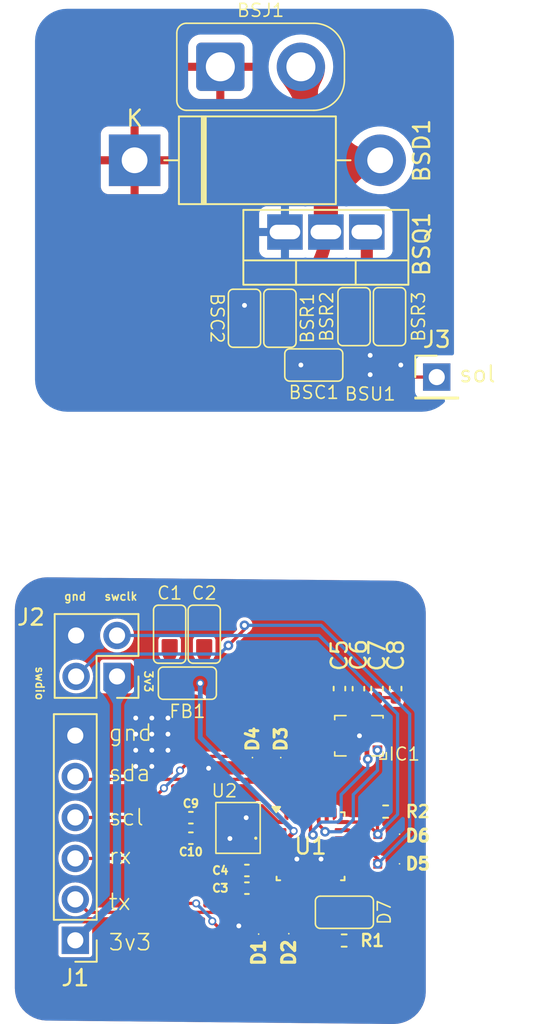
<source format=kicad_pcb>
(kicad_pcb (version 20240108) (generator "pcbnew") (generator_version "8.0")
  (layers (0 "F.Cu" signal) (31 "B.Cu" signal) (34 "B.Paste" user) (35 "F.Paste" user) (36 "B.SilkS" user "B.Silkscreen") (37 "F.SilkS" user "F.Silkscreen") (38 "B.Mask" user) (39 "F.Mask" user) (44 "Edge.Cuts" user))
  (net 0 "")
  (net 1 "GND")
  (net 2 "+12V")
  (net 3 "Net-(BSC2-Pad1)")
  (net 4 "+48V")
  (net 5 "Net-(BSD1-A)")
  (net 6 "Net-(BSQ1-G)")
  (net 7 "Net-(BSU1-OUTH)")
  (net 8 "Net-(BSU1-OUTL)")
  (net 9 "Sol")
  (net 10 "GNDREF")
  (net 11 "+3V3")
  (net 12 "+3V3 FILT")
  (net 13 "/imu/MCU1 OSC IN")
  (net 14 "/imu/MCU1 OSC OUT")
  (net 15 "/imu/UART TX")
  (net 16 "/imu/UART RX")
  (net 17 "/imu/MPU SCL")
  (net 18 "/imu/MPU SDA")
  (net 19 "/imu/MCU1 SWDIO")
  (net 20 "/imu/MCU1 SWCLK")
  (net 21 "Net-(D7-K)")
  (net 22 "/imu/MCU1 LED")
  (net 24 "/imu/MPU MISO")
  (net 25 "/imu/MPU SCLK")
  (net 26 "/imu/MPU CS")
  (net 27 "/imu/MPU MOSI")
  (footprint "Library:res0603" (layer "F.Cu") (at 31.3 37.1 180)
    (property "Reference" "BSC1" (at 0 -1.7 0) (layer "F.SilkS") (effects (font (size 0.8 0.8) (thickness 0.1))))
    (property "Value" "0.1u")
    (pad "1" smd roundrect (at -0.8 0 180) (size 1 1) (layers "F.Cu" "F.Paste" "F.Mask") (roundrect_rratio 0.1) (net 2 "+12V"))
    (pad "2" smd roundrect (at 0.8 0 180) (size 1 1) (layers "F.Cu" "F.Paste" "F.Mask") (roundrect_rratio 0.1) (net 1 "GND"))
  )
  (footprint "Library:RCLAMP0521PATCT" (layer "F.Cu") (at 35.7 66.205)
    (property "Reference" "D6" (at 2.05 0.1 0) (layer "F.SilkS") (effects (font (size 0.75 0.75) (thickness 0.1875))))
    (property "Value" "RCLAMP0521PATCT" (hide yes))
    (pad "1" smd rect (at 0.425 0) (size 0.55 0.6) (layers "F.Cu" "F.Paste" "F.Mask") (net 10 "GNDREF"))
    (pad "2" smd rect (at -0.425 0) (size 0.55 0.6) (layers "F.Cu" "F.Paste" "F.Mask") (net 20 "/imu/MCU1 SWCLK"))
  )
  (footprint "Library:xt30-f" (layer "F.Cu") (at 28 18.6)
    (property "Reference" "BSJ1" (at 0 -3.5 0) (layer "F.SilkS") (effects (font (size 0.8 0.8) (thickness 0.1))))
    (property "Value" "XT30" (hide yes))
    (pad "1" thru_hole roundrect (at -2.5 0 180) (size 3 3) (drill 1.8) (layers "*.Cu" "*.Mask" "Dwgs.User") (roundrect_rratio 0.1) (net 4 "+48V"))
    (pad "2" thru_hole circle (at 2.5 0 180) (size 3 3) (drill 1.8) (layers "*.Cu" "*.Mask") (net 5 "Net-(BSD1-A)"))
  )
  (footprint "Library:IIM42352" (layer "F.Cu") (at 34.1 60.099998 180)
    (property "Reference" "IC1" (at -2.818596 -1.136574 0) (layer "F.SilkS") (effects (font (size 0.8 0.8) (thickness 0.1))))
    (property "Value" "ICM-42688-P" (hide yes))
    (pad "1" smd rect (at -1.15 -0.75 270) (size 0.3 0.6) (layers "F.Cu" "F.Paste" "F.Mask") (net 24 "/imu/MPU MISO"))
    (pad "2" smd rect (at -1.15 -0.25 270) (size 0.3 0.6) (layers "F.Cu" "F.Paste" "F.Mask") (net 10 "GNDREF"))
    (pad "3" smd rect (at -1.15 0.25 270) (size 0.3 0.6) (layers "F.Cu" "F.Paste" "F.Mask") (net 10 "GNDREF"))
    (pad "4" smd rect (at -1.15 0.75 270) (size 0.3 0.6) (layers "F.Cu" "F.Paste" "F.Mask"))
    (pad "5" smd rect (at -0.5 0.9 180) (size 0.3 0.6) (layers "F.Cu" "F.Paste" "F.Mask") (net 12 "+3V3 FILT"))
    (pad "6" smd rect (at 0 0.9 180) (size 0.3 0.6) (layers "F.Cu" "F.Paste" "F.Mask") (net 10 "GNDREF"))
    (pad "7" smd rect (at 0.5 0.9 180) (size 0.3 0.6) (layers "F.Cu" "F.Paste" "F.Mask") (net 10 "GNDREF"))
    (pad "8" smd rect (at 1.15 0.75 270) (size 0.3 0.6) (layers "F.Cu" "F.Paste" "F.Mask") (net 12 "+3V3 FILT"))
    (pad "9" smd rect (at 1.15 0.25 270) (size 0.3 0.6) (layers "F.Cu" "F.Paste" "F.Mask"))
    (pad "10" smd rect (at 1.15 -0.25 270) (size 0.3 0.6) (layers "F.Cu" "F.Paste" "F.Mask") (net 10 "GNDREF"))
    (pad "11" smd rect (at 1.15 -0.75 270) (size 0.3 0.6) (layers "F.Cu" "F.Paste" "F.Mask") (net 10 "GNDREF"))
    (pad "12" smd rect (at 0.5 -0.9 180) (size 0.3 0.6) (layers "F.Cu" "F.Paste" "F.Mask") (net 26 "/imu/MPU CS"))
    (pad "13" smd rect (at 0 -0.9 180) (size 0.3 0.6) (layers "F.Cu" "F.Paste" "F.Mask") (net 25 "/imu/MPU SCLK"))
    (pad "14" smd rect (at -0.5 -0.9 180) (size 0.3 0.6) (layers "F.Cu" "F.Paste" "F.Mask") (net 27 "/imu/MPU MOSI"))
  )
  (footprint "Library:fb0603" (layer "F.Cu") (at 23.454842 56.8385)
    (property "Reference" "FB1" (at 0 1.75 0) (layer "F.SilkS") (effects (font (size 0.8 0.8) (thickness 0.1))))
    (property "Value" "100R")
    (pad "1" smd roundrect (at -0.8 0) (size 1 1) (layers "F.Cu" "F.Paste" "F.Mask") (roundrect_rratio 0.1) (net 11 "+3V3"))
    (pad "2" smd roundrect (at 0.8 0) (size 1 1) (layers "F.Cu" "F.Paste" "F.Mask") (roundrect_rratio 0.1) (net 12 "+3V3 FILT"))
  )
  (footprint "Capacitor_SMD:C_0402_1005Metric_Pad0.74x0.62mm_HandSolder" (layer "F.Cu") (at 23.672187 66.455171 180)
    (property "Reference" "C10" (at 0 -0.849829 0) (layer "F.SilkS") (effects (font (size 0.5 0.5) (thickness 0.125))))
    (property "Value" "10p")
    (pad "1" smd roundrect (at -0.5675 0 180) (size 0.735 0.62) (layers "F.Cu" "F.Paste" "F.Mask") (net 14 "/imu/MCU1 OSC OUT"))
    (pad "2" smd roundrect (at 0.5675 0 180) (size 0.735 0.62) (layers "F.Cu" "F.Paste" "F.Mask") (net 10 "GNDREF"))
  )
  (footprint "Library:cap0603" (layer "F.Cu") (at 24.5 53.8 90)
    (property "Reference" "C2" (at 2.55 0 0) (layer "F.SilkS") (effects (font (size 0.8 0.8) (thickness 0.1))))
    (property "Value" "2u2" (hide yes))
    (pad "1" smd roundrect (at -0.8 0 90) (size 1 1) (layers "F.Cu" "F.Paste" "F.Mask") (roundrect_rratio 0.1) (net 12 "+3V3 FILT"))
    (pad "2" smd roundrect (at 0.8 0 90) (size 1 1) (layers "F.Cu" "F.Paste" "F.Mask") (roundrect_rratio 0.1) (net 10 "GNDREF"))
  )
  (footprint "Capacitor_SMD:C_0402_1005Metric_Pad0.74x0.62mm_HandSolder" (layer "F.Cu") (at 34.070734 57.179003 90)
    (property "Reference" "C6" (at 2.093843 0.007067 90) (layer "F.SilkS"))
    (property "Value" "2u2")
    (pad "1" smd roundrect (at -0.5675 0 90) (size 0.735 0.62) (layers "F.Cu" "F.Paste" "F.Mask") (net 12 "+3V3 FILT"))
    (pad "2" smd roundrect (at 0.5675 0 90) (size 0.735 0.62) (layers "F.Cu" "F.Paste" "F.Mask") (net 10 "GNDREF"))
  )
  (footprint "Connector_PinHeader_2.54mm:PinHeader_1x01_P2.54mm_Vertical" (layer "F.Cu") (at 38.929589 37.849304)
    (property "Reference" "J3" (at 0 -2.33 0) (layer "F.SilkS"))
    (property "Value" "Conn_01x01_Pin")
    (pad "1" thru_hole rect (at 0 0) (size 1.7 1.7) (drill 1) (layers "*.Cu" "*.Mask") (net 9 "Sol"))
  )
  (footprint "Library:cap0603" (layer "F.Cu") (at 27 34.2 90)
    (property "Reference" "BSC2" (at 0 -1.700001 -90) (layer "F.SilkS") (effects (font (size 0.8 0.8) (thickness 0.1))))
    (property "Value" "1n5" (hide yes))
    (pad "1" smd roundrect (at -0.799999 0 90) (size 1 1) (layers "F.Cu" "F.Paste" "F.Mask") (roundrect_rratio 0.1) (net 3 "Net-(BSC2-Pad1)"))
    (pad "2" smd roundrect (at 0.799999 0 90) (size 1 1) (layers "F.Cu" "F.Paste" "F.Mask") (roundrect_rratio 0.1) (net 1 "GND"))
  )
  (footprint "Connector_PinHeader_2.54mm:PinHeader_1x06_P2.54mm_Vertical" (layer "F.Cu") (at 16.5 72.79 180)
    (property "Reference" "J1" (at 0 -2.33 0) (layer "F.SilkS"))
    (property "Value" "Conn_01x06")
    (pad "1" thru_hole rect (at 0 0 180) (size 1.7 1.7) (drill 1) (layers "*.Cu" "*.Mask") (net 11 "+3V3"))
    (pad "2" thru_hole oval (at 0 2.54 180) (size 1.7 1.7) (drill 1) (layers "*.Cu" "*.Mask") (net 15 "/imu/UART TX"))
    (pad "3" thru_hole oval (at 0 5.08 180) (size 1.7 1.7) (drill 1) (layers "*.Cu" "*.Mask") (net 16 "/imu/UART RX"))
    (pad "4" thru_hole oval (at 0 7.62 180) (size 1.7 1.7) (drill 1) (layers "*.Cu" "*.Mask") (net 17 "/imu/MPU SCL"))
    (pad "5" thru_hole oval (at 0 10.16 180) (size 1.7 1.7) (drill 1) (layers "*.Cu" "*.Mask") (net 18 "/imu/MPU SDA"))
    (pad "6" thru_hole oval (at 0 12.7 180) (size 1.7 1.7) (drill 1) (layers "*.Cu" "*.Mask") (net 10 "GNDREF"))
  )
  (footprint "Library:RCLAMP0521PATCT" (layer "F.Cu") (at 27.878251 71.48 -90)
    (property "Reference" "D1" (at 2.075 0 90) (layer "F.SilkS") (effects (font (size 0.8 0.8) (thickness 0.2))))
    (property "Value" "RCLAMP0521PATCT" (hide yes))
    (pad "1" smd rect (at 0.425 0 270) (size 0.55 0.6) (layers "F.Cu" "F.Paste" "F.Mask") (net 10 "GNDREF"))
    (pad "2" smd rect (at -0.425 0 270) (size 0.55 0.6) (layers "F.Cu" "F.Paste" "F.Mask") (net 15 "/imu/UART TX"))
  )
  (footprint "Connector_PinHeader_2.54mm:PinHeader_2x02_P2.54mm_Vertical" (layer "F.Cu") (at 19.09 56.42 180)
    (property "Reference" "J2" (at 5.34 3.67 0) (layer "F.SilkS"))
    (property "Value" "Conn_01x04")
    (pad "1" thru_hole rect (at 0 0 180) (size 1.7 1.7) (drill 1) (layers "*.Cu" "*.Mask") (net 11 "+3V3"))
    (pad "2" thru_hole oval (at 2.54 0 180) (size 1.7 1.7) (drill 1) (layers "*.Cu" "*.Mask") (net 19 "/imu/MCU1 SWDIO"))
    (pad "3" thru_hole oval (at 0 2.54 180) (size 1.7 1.7) (drill 1) (layers "*.Cu" "*.Mask") (net 20 "/imu/MCU1 SWCLK"))
    (pad "4" thru_hole oval (at 2.54 2.54 180) (size 1.7 1.7) (drill 1) (layers "*.Cu" "*.Mask") (net 10 "GNDREF"))
  )
  (footprint "Library:RCLAMP0521PATCT" (layer "F.Cu") (at 29.75 71.455563 -90)
    (property "Reference" "D2" (at 2.099437 0 90) (layer "F.SilkS") (effects (font (size 0.8 0.8) (thickness 0.2))))
    (property "Value" "RCLAMP0521PATCT" (hide yes))
    (pad "1" smd rect (at 0.425 0 270) (size 0.55 0.6) (layers "F.Cu" "F.Paste" "F.Mask") (net 10 "GNDREF"))
    (pad "2" smd rect (at -0.425 0 270) (size 0.55 0.6) (layers "F.Cu" "F.Paste" "F.Mask") (net 16 "/imu/UART RX"))
  )
  (footprint "Capacitor_SMD:C_0402_1005Metric_Pad0.74x0.62mm_HandSolder" (layer "F.Cu") (at 23.672187 65.184629 180)
    (property "Reference" "C9" (at 0 0.879629 0) (layer "F.SilkS") (effects (font (size 0.5 0.5) (thickness 0.125))))
    (property "Value" "10p")
    (pad "1" smd roundrect (at -0.5675 0 180) (size 0.735 0.62) (layers "F.Cu" "F.Paste" "F.Mask") (net 13 "/imu/MCU1 OSC IN"))
    (pad "2" smd roundrect (at 0.5675 0 180) (size 0.735 0.62) (layers "F.Cu" "F.Paste" "F.Mask") (net 10 "GNDREF"))
  )
  (footprint "Library:res0603" (layer "F.Cu") (at 33.8 34.100018 90)
    (property "Reference" "BSR2" (at 0 -1.700001 90) (layer "F.SilkS") (effects (font (size 0.8 0.8) (thickness 0.1))))
    (property "Value" "100")
    (pad "1" smd roundrect (at -0.799999 0 90) (size 1 1) (layers "F.Cu" "F.Paste" "F.Mask") (roundrect_rratio 0.1) (net 7 "Net-(BSU1-OUTH)"))
    (pad "2" smd roundrect (at 0.799999 0 90) (size 1 1) (layers "F.Cu" "F.Paste" "F.Mask") (roundrect_rratio 0.1) (net 6 "Net-(BSQ1-G)"))
  )
  (footprint "Library:TO-220-3_Vertical" (layer "F.Cu") (at 34.59 28.85 180)
    (property "Reference" "BSQ1" (at -3.41 -0.75 90) (layer "F.SilkS"))
    (property "Value" "IRLB3036PbF")
    (pad "1" thru_hole rect (at 0 0 180) (size 2.2 2.2) (drill oval 1.9 0.9) (layers "*.Cu" "*.Mask") (net 6 "Net-(BSQ1-G)"))
    (pad "2" thru_hole rect (at 2.54 0 180) (size 2.2 2.2) (drill oval 1.9 0.9) (layers "*.Cu" "*.Mask") (net 5 "Net-(BSD1-A)"))
    (pad "3" thru_hole rect (at 5.08 0 180) (size 2.2 2.2) (drill oval 1.9 0.9) (layers "*.Cu" "*.Mask") (net 1 "GND"))
  )
  (footprint "Library:RCLAMP0521PATCT" (layer "F.Cu") (at 29.25 62.38 90)
    (property "Reference" "D3" (at 2.075 0 90) (layer "F.SilkS") (effects (font (size 0.75 0.75) (thickness 0.1875))))
    (property "Value" "RCLAMP0521PATCT" (hide yes))
    (pad "1" smd rect (at 0.425 0 90) (size 0.55 0.6) (layers "F.Cu" "F.Paste" "F.Mask") (net 10 "GNDREF"))
    (pad "2" smd rect (at -0.425 0 90) (size 0.55 0.6) (layers "F.Cu" "F.Paste" "F.Mask") (net 17 "/imu/MPU SCL"))
  )
  (footprint "Capacitor_SMD:C_0402_1005Metric_Pad0.74x0.62mm_HandSolder" (layer "F.Cu") (at 27.15 69.555 180)
    (property "Reference" "C3" (at 1.65 0 0) (layer "F.SilkS") (effects (font (size 0.5 0.5) (thickness 0.125))))
    (property "Value" "2u2")
    (pad "1" smd roundrect (at -0.5675 0 180) (size 0.735 0.62) (layers "F.Cu" "F.Paste" "F.Mask") (net 12 "+3V3 FILT"))
    (pad "2" smd roundrect (at 0.5675 0 180) (size 0.735 0.62) (layers "F.Cu" "F.Paste" "F.Mask") (net 10 "GNDREF"))
  )
  (footprint "Resistor_SMD:R_0402_1005Metric" (layer "F.Cu") (at 33.185 72.805 180)
    (property "Reference" "R1" (at -1.74 0 0) (layer "F.SilkS") (effects (font (size 0.75 0.75))))
    (property "Value" "1K")
    (pad "1" smd roundrect (at -0.51 0 180) (size 0.54 0.64) (layers "F.Cu" "F.Paste" "F.Mask") (net 21 "Net-(D7-K)"))
    (pad "2" smd roundrect (at 0.51 0 180) (size 0.54 0.64) (layers "F.Cu" "F.Paste" "F.Mask") (net 10 "GNDREF"))
  )
  (footprint "Library:res0603" (layer "F.Cu") (at 36 34.1 90)
    (property "Reference" "BSR3" (at 0 1.8 90) (layer "F.SilkS") (effects (font (size 0.8 0.8) (thickness 0.1))))
    (property "Value" "100")
    (pad "1" smd roundrect (at -0.799999 0 90) (size 1 1) (layers "F.Cu" "F.Paste" "F.Mask") (roundrect_rratio 0.1) (net 8 "Net-(BSU1-OUTL)"))
    (pad "2" smd roundrect (at 0.799999 0 90) (size 1 1) (layers "F.Cu" "F.Paste" "F.Mask") (roundrect_rratio 0.1) (net 6 "Net-(BSQ1-G)"))
  )
  (footprint "Package_DFN_QFN:QFN-28_4x4mm_P0.5mm" (layer "F.Cu") (at 31.1 66.955)
    (property "Reference" "U1" (at 0 0 0) (layer "F.SilkS"))
    (property "Value" "STM32G071GBUx")
    (pad "1" smd custom (at -1.9975 -1.5) (size 0.136863 0.136863) (layers "F.Cu" "F.Paste" "F.Mask") (net 13 "/imu/MCU1 OSC IN") (options (clearance outline) (anchor circle)) (primitives (gr_poly (pts (xy -0.3325 -0.08) (xy 0.19886 -0.08) (xy 0.3325 0.05364) (xy 0.3325 0.08) (xy -0.3325 0.08)) (width 0.09) (fill yes))))
    (pad "2" smd roundrect (at -1.9375 -1) (size 0.875 0.25) (layers "F.Cu" "F.Paste" "F.Mask") (net 14 "/imu/MCU1 OSC OUT"))
    (pad "3" smd roundrect (at -1.9375 -0.5) (size 0.875 0.25) (layers "F.Cu" "F.Paste" "F.Mask") (net 12 "+3V3 FILT"))
    (pad "4" smd roundrect (at -1.9375 0) (size 0.875 0.25) (layers "F.Cu" "F.Paste" "F.Mask") (net 10 "GNDREF"))
    (pad "5" smd roundrect (at -1.9375 0.5) (size 0.875 0.25) (layers "F.Cu" "F.Paste" "F.Mask"))
    (pad "6" smd roundrect (at -1.9375 1) (size 0.875 0.25) (layers "F.Cu" "F.Paste" "F.Mask") (net 15 "/imu/UART TX"))
    (pad "7" smd custom (at -1.9975 1.5) (size 0.136863 0.136863) (layers "F.Cu" "F.Paste" "F.Mask") (net 16 "/imu/UART RX") (options (clearance outline) (anchor circle)) (primitives (gr_poly (pts (xy -0.3325 -0.08) (xy 0.3325 -0.08) (xy 0.3325 -0.05364) (xy 0.19886 0.08) (xy -0.3325 0.08)) (width 0.09) (fill yes))))
    (pad "8" smd custom (at -1.5 1.9975) (size 0.136863 0.136863) (layers "F.Cu" "F.Paste" "F.Mask") (options (clearance outline) (anchor circle)) (primitives (gr_poly (pts (xy -0.08 -0.19886) (xy 0.05364 -0.3325) (xy 0.08 -0.3325) (xy 0.08 0.3325) (xy -0.08 0.3325)) (width 0.09) (fill yes))))
    (pad "9" smd roundrect (at -1 1.9375) (size 0.25 0.875) (layers "F.Cu" "F.Paste" "F.Mask"))
    (pad "10" smd roundrect (at -0.5 1.9375) (size 0.25 0.875) (layers "F.Cu" "F.Paste" "F.Mask"))
    (pad "11" smd roundrect (at 0 1.9375) (size 0.25 0.875) (layers "F.Cu" "F.Paste" "F.Mask") (net 22 "/imu/MCU1 LED"))
    (pad "12" smd roundrect (at 0.5 1.9375) (size 0.25 0.875) (layers "F.Cu" "F.Paste" "F.Mask"))
    (pad "13" smd roundrect (at 1 1.9375) (size 0.25 0.875) (layers "F.Cu" "F.Paste" "F.Mask"))
    (pad "14" smd custom (at 1.5 1.9975) (size 0.136863 0.136863) (layers "F.Cu" "F.Paste" "F.Mask") (options (clearance outline) (anchor circle)) (primitives (gr_poly (pts (xy -0.08 -0.3325) (xy -0.05364 -0.3325) (xy 0.08 -0.19886) (xy 0.08 0.3325) (xy -0.08 0.3325)) (width 0.09) (fill yes))))
    (pad "15" smd custom (at 1.9975 1.5) (size 0.136863 0.136863) (layers "F.Cu" "F.Paste" "F.Mask") (options (clearance outline) (anchor circle)) (primitives (gr_poly (pts (xy -0.3325 -0.08) (xy 0.3325 -0.08) (xy 0.3325 0.08) (xy -0.19886 0.08) (xy -0.3325 -0.05364)) (width 0.09) (fill yes))))
    (pad "16" smd roundrect (at 1.9375 1) (size 0.875 0.25) (layers "F.Cu" "F.Paste" "F.Mask"))
    (pad "17" smd roundrect (at 1.9375 0.5) (size 0.875 0.25) (layers "F.Cu" "F.Paste" "F.Mask"))
    (pad "18" smd roundrect (at 1.9375 0) (size 0.875 0.25) (layers "F.Cu" "F.Paste" "F.Mask"))
    (pad "19" smd roundrect (at 1.9375 -0.5) (size 0.875 0.25) (layers "F.Cu" "F.Paste" "F.Mask"))
    (pad "20" smd roundrect (at 1.9375 -1) (size 0.875 0.25) (layers "F.Cu" "F.Paste" "F.Mask") (net 19 "/imu/MCU1 SWDIO"))
    (pad "21" smd custom (at 1.9975 -1.5) (size 0.136863 0.136863) (layers "F.Cu" "F.Paste" "F.Mask") (net 20 "/imu/MCU1 SWCLK") (options (clearance outline) (anchor circle)) (primitives (gr_poly (pts (xy -0.3325 0.05364) (xy -0.19886 -0.08) (xy 0.3325 -0.08) (xy 0.3325 0.08) (xy -0.3325 0.08)) (width 0.09) (fill yes))))
    (pad "22" smd custom (at 1.5 -1.9975) (size 0.136863 0.136863) (layers "F.Cu" "F.Paste" "F.Mask") (options (clearance outline) (anchor circle)) (primitives (gr_poly (pts (xy -0.08 -0.3325) (xy 0.08 -0.3325) (xy 0.08 0.19886) (xy -0.05364 0.3325) (xy -0.08 0.3325)) (width 0.09) (fill yes))))
    (pad "23" smd roundrect (at 1 -1.9375) (size 0.25 0.875) (layers "F.Cu" "F.Paste" "F.Mask") (net 25 "/imu/MPU SCLK"))
    (pad "24" smd roundrect (at 0.5 -1.9375) (size 0.25 0.875) (layers "F.Cu" "F.Paste" "F.Mask") (net 24 "/imu/MPU MISO"))
    (pad "25" smd roundrect (at 0 -1.9375) (size 0.25 0.875) (layers "F.Cu" "F.Paste" "F.Mask") (net 27 "/imu/MPU MOSI"))
    (pad "26" smd roundrect (at -0.5 -1.9375) (size 0.25 0.875) (layers "F.Cu" "F.Paste" "F.Mask") (net 26 "/imu/MPU CS"))
    (pad "27" smd roundrect (at -1 -1.9375) (size 0.25 0.875) (layers "F.Cu" "F.Paste" "F.Mask") (net 17 "/imu/MPU SCL"))
    (pad "28" smd custom (at -1.5 -1.9975) (size 0.136863 0.136863) (layers "F.Cu" "F.Paste" "F.Mask") (net 18 "/imu/MPU SDA") (options (clearance outline) (anchor circle)) (primitives (gr_poly (pts (xy -0.08 -0.3325) (xy 0.08 -0.3325) (xy 0.08 0.3325) (xy 0.05364 0.3325) (xy -0.08 0.19886)) (width 0.09) (fill yes))))
  )
  (footprint "Capacitor_SMD:C_0402_1005Metric_Pad0.74x0.62mm_HandSolder" (layer "F.Cu") (at 36.380428 57.173011 90)
    (property "Reference" "C8" (at 2.0675 0 90) (layer "F.SilkS"))
    (property "Value" "0u1")
    (pad "1" smd roundrect (at -0.5675 0 90) (size 0.735 0.62) (layers "F.Cu" "F.Paste" "F.Mask") (net 12 "+3V3 FILT"))
    (pad "2" smd roundrect (at 0.5675 0 90) (size 0.735 0.62) (layers "F.Cu" "F.Paste" "F.Mask") (net 10 "GNDREF"))
  )
  (footprint "Diode_THT:D_DO-201AD_P15.24mm_Horizontal" (layer "F.Cu") (at 20.18 24.4)
    (property "Reference" "BSD1" (at 17.82 -0.6 90) (layer "F.SilkS"))
    (property "Value" "1N5401")
    (fp_text user "K" (at 0 -2.6 0) (layer "F.SilkS"))
    (pad "1" thru_hole rect (at 0 0) (size 3.2 3.2) (drill 1.6) (layers "*.Cu" "*.Mask") (net 4 "+48V"))
    (pad "2" thru_hole oval (at 15.24 0) (size 3.2 3.2) (drill 1.6) (layers "*.Cu" "*.Mask") (net 5 "Net-(BSD1-A)"))
  )
  (footprint "Capacitor_SMD:C_0402_1005Metric_Pad0.74x0.62mm_HandSolder" (layer "F.Cu") (at 32.893516 57.172979 90)
    (property "Reference" "C5" (at 2.063252 -0.003685 90) (layer "F.SilkS"))
    (property "Value" "0u1")
    (pad "1" smd roundrect (at -0.5675 0 90) (size 0.735 0.62) (layers "F.Cu" "F.Paste" "F.Mask") (net 12 "+3V3 FILT"))
    (pad "2" smd roundrect (at 0.5675 0 90) (size 0.735 0.62) (layers "F.Cu" "F.Paste" "F.Mask") (net 10 "GNDREF"))
  )
  (footprint "Library:RCLAMP0521PATCT" (layer "F.Cu") (at 27.495 62.38 90)
    (property "Reference" "D4" (at 2.075 0 90) (layer "F.SilkS") (effects (font (size 0.75 0.75) (thickness 0.1875))))
    (property "Value" "RCLAMP0521PATCT" (hide yes))
    (pad "1" smd rect (at 0.425 0 90) (size 0.55 0.6) (layers "F.Cu" "F.Paste" "F.Mask") (net 10 "GNDREF"))
    (pad "2" smd rect (at -0.425 0 90) (size 0.55 0.6) (layers "F.Cu" "F.Paste" "F.Mask") (net 18 "/imu/MPU SDA"))
  )
  (footprint "Capacitor_SMD:C_0402_1005Metric_Pad0.74x0.62mm_HandSolder" (layer "F.Cu") (at 27.14794 68.458554 180)
    (property "Reference" "C4" (at 1.64794 0 0) (layer "F.SilkS") (effects (font (size 0.5 0.5) (thickness 0.125))))
    (property "Value" "0u1")
    (pad "1" smd roundrect (at -0.5675 0 180) (size 0.735 0.62) (layers "F.Cu" "F.Paste" "F.Mask") (net 12 "+3V3 FILT"))
    (pad "2" smd roundrect (at 0.5675 0 180) (size 0.735 0.62) (layers "F.Cu" "F.Paste" "F.Mask") (net 10 "GNDREF"))
  )
  (footprint "Library:res0603" (layer "F.Cu") (at 29.2 34.2 -90)
    (property "Reference" "BSR1" (at 0 -1.700001 90) (layer "F.SilkS") (effects (font (size 0.8 0.8) (thickness 0.1))))
    (property "Value" "20R")
    (pad "1" smd roundrect (at -0.799999 0 270) (size 1 1) (layers "F.Cu" "F.Paste" "F.Mask") (roundrect_rratio 0.1) (net 5 "Net-(BSD1-A)"))
    (pad "2" smd roundrect (at 0.799999 0 270) (size 1 1) (layers "F.Cu" "F.Paste" "F.Mask") (roundrect_rratio 0.1) (net 3 "Net-(BSC2-Pad1)"))
  )
  (footprint "Library:RCLAMP0521PATCT" (layer "F.Cu") (at 35.694749 68.044954)
    (property "Reference" "D5" (at 2.055251 0 0) (layer "F.SilkS") (effects (font (size 0.75 0.75) (thickness 0.1875))))
    (property "Value" "RCLAMP0521PATCT" (hide yes))
    (pad "1" smd rect (at 0.425 0) (size 0.55 0.6) (layers "F.Cu" "F.Paste" "F.Mask") (net 10 "GNDREF"))
    (pad "2" smd rect (at -0.425 0) (size 0.55 0.6) (layers "F.Cu" "F.Paste" "F.Mask") (net 19 "/imu/MCU1 SWDIO"))
  )
  (footprint "Library:SON50P200X200X100-9N" (layer "F.Cu") (at 34.8 37.1 180)
    (property "Reference" "BSU1" (at 0 -1.8 0) (layer "F.SilkS") (effects (font (size 0.8 0.8) (thickness 0.1))))
    (property "Value" "NCP81074AMNTBG" (hide yes))
    (pad "1" smd rect (at -1 -0.75 270) (size 0.3 0.75) (layers "F.Cu" "F.Paste" "F.Mask") (net 9 "Sol"))
    (pad "2" smd rect (at -1 -0.25 270) (size 0.3 0.75) (layers "F.Cu" "F.Paste" "F.Mask") (net 1 "GND"))
    (pad "3" smd rect (at -1 0.25 270) (size 0.3 0.75) (layers "F.Cu" "F.Paste" "F.Mask") (net 1 "GND"))
    (pad "4" smd rect (at -1 0.75 270) (size 0.3 0.75) (layers "F.Cu" "F.Paste" "F.Mask") (net 8 "Net-(BSU1-OUTL)"))
    (pad "5" smd rect (at 1 0.75 270) (size 0.3 0.75) (layers "F.Cu" "F.Paste" "F.Mask") (net 7 "Net-(BSU1-OUTH)"))
    (pad "6" smd rect (at 1 0.25 270) (size 0.3 0.75) (layers "F.Cu" "F.Paste" "F.Mask") (net 2 "+12V"))
    (pad "7" smd rect (at 1 -0.25 270) (size 0.3 0.75) (layers "F.Cu" "F.Paste" "F.Mask") (net 2 "+12V"))
    (pad "8" smd rect (at 1 -0.75 270) (size 0.3 0.75) (layers "F.Cu" "F.Paste" "F.Mask") (net 1 "GND"))
    (pad "9" smd rect (at 0 0 180) (size 0.9 1.3) (layers "F.Cu" "F.Paste" "F.Mask") (net 1 "GND"))
  )
  (footprint "Library:led0603" (layer "F.Cu") (at 33.2 71.05 180)
    (property "Reference" "D7" (at -2.475 -0.005 90) (layer "F.SilkS") (effects (font (size 0.8 0.8) (thickness 0.1))))
    (property "Value" "RED")
    (pad "1" smd roundrect (at -0.8 0 180) (size 1 1) (layers "F.Cu" "F.Paste" "F.Mask") (roundrect_rratio 0.1) (net 21 "Net-(D7-K)"))
    (pad "2" smd roundrect (at 0.8 0 180) (size 1 1) (layers "F.Cu" "F.Paste" "F.Mask") (roundrect_rratio 0.1) (net 22 "/imu/MCU1 LED"))
  )
  (footprint "Library:830108288709" (layer "F.Cu") (at 26.6 65.818 90)
    (property "Reference" "U2" (at 2.3 -0.85 180) (layer "F.SilkS") (effects (font (size 0.8 0.8) (thickness 0.1))))
    (property "Value" "16MHz" (hide yes))
    (pad "1" smd roundrect (at -0.637 0.487 180) (size 0.775 0.875) (layers "F.Cu" "F.Paste" "F.Mask") (roundrect_rratio 0.1) (net 14 "/imu/MCU1 OSC OUT"))
    (pad "2" smd roundrect (at 0.637 0.487 180) (size 0.775 0.875) (layers "F.Cu" "F.Paste" "F.Mask") (roundrect_rratio 0.1) (net 10 "GNDREF"))
    (pad "3" smd roundrect (at 0.637 -0.487 180) (size 0.775 0.875) (layers "F.Cu" "F.Paste" "F.Mask") (roundrect_rratio 0.1) (net 13 "/imu/MCU1 OSC IN"))
    (pad "4" smd roundrect (at -0.637 -0.487 180) (size 0.775 0.875) (layers "F.Cu" "F.Paste" "F.Mask") (roundrect_rratio 0.1) (net 10 "GNDREF"))
  )
  (footprint "Library:cap0603" (layer "F.Cu") (at 22.35581 53.8 90)
    (property "Reference" "C1" (at 2.551859 0.000739 0) (layer "F.SilkS") (effects (font (size 0.8 0.8) (thickness 0.1))))
    (property "Value" "2u2" (hide yes))
    (pad "1" smd roundrect (at -0.8 0 90) (size 1 1) (layers "F.Cu" "F.Paste" "F.Mask") (roundrect_rratio 0.1) (net 11 "+3V3"))
    (pad "2" smd roundrect (at 0.8 0 90) (size 1 1) (layers "F.Cu" "F.Paste" "F.Mask") (roundrect_rratio 0.1) (net 10 "GNDREF"))
  )
  (footprint "Capacitor_SMD:C_0402_1005Metric_Pad0.74x0.62mm_HandSolder" (layer "F.Cu") (at 35.226061 57.172979 90)
    (property "Reference" "C7" (at 2.047957 0.002524 90) (layer "F.SilkS"))
    (property "Value" "10n")
    (pad "1" smd roundrect (at -0.5675 0 90) (size 0.735 0.62) (layers "F.Cu" "F.Paste" "F.Mask") (net 12 "+3V3 FILT"))
    (pad "2" smd roundrect (at 0.5675 0 90) (size 0.735 0.62) (layers "F.Cu" "F.Paste" "F.Mask") (net 10 "GNDREF"))
  )
  (footprint "Resistor_SMD:R_0402_1005Metric" (layer "F.Cu") (at 35.76 64.805 180)
    (property "Reference" "R2" (at -1.99 0 0) (layer "F.SilkS") (effects (font (size 0.75 0.75))))
    (property "Value" "R")
    (pad "1" smd roundrect (at -0.51 0 180) (size 0.54 0.64) (layers "F.Cu" "F.Paste" "F.Mask") (net 10 "GNDREF"))
    (pad "2" smd roundrect (at 0.51 0 180) (size 0.54 0.64) (layers "F.Cu" "F.Paste" "F.Mask") (net 20 "/imu/MCU1 SWCLK"))
  )
  (gr_text "swclk	" (at 18.25 51.75 0) (layer "F.SilkS") (effects (font (size 0.5 0.5) (thickness 0.1)) (justify left bottom)))
  (gr_text "rx\n\n" (at 18.5 69.75 0) (layer "F.SilkS") (effects (font (size 1 1) (thickness 0.1)) (justify left bottom)))
  (gr_text "sol" (at 40.25 38.25 0) (layer "F.SilkS") (effects (font (size 1 1) (thickness 0.125)) (justify left bottom)))
  (gr_text "swdio" (at 14 55.75 -90) (layer "F.SilkS") (effects (font (size 0.5 0.5) (thickness 0.1)) (justify left bottom)))
  (gr_text "3v3\n" (at 18.5 73.5 0) (layer "F.SilkS") (effects (font (size 1 1) (thickness 0.1)) (justify left bottom)))
  (gr_text "tx\n" (at 18.5 71 0) (layer "F.SilkS") (effects (font (size 1 1) (thickness 0.1)) (justify left bottom)))
  (gr_text "3v3" (at 20.75 56 -90) (layer "F.SilkS") (effects (font (size 0.5 0.5) (thickness 0.1)) (justify left bottom)))
  (gr_text "scl\n" (at 18.5 65.75 0) (layer "F.SilkS") (effects (font (size 1 1) (thickness 0.1)) (justify left bottom)))
  (gr_text "gnd" (at 15.75 51.75 0) (layer "F.SilkS") (effects (font (size 0.5 0.5) (thickness 0.1)) (justify left bottom)))
  (gr_text "sda" (at 18.5 63 0) (layer "F.SilkS") (effects (font (size 1 1) (thickness 0.1)) (justify left bottom)))
  (gr_text "gnd" (at 18.5 60.5 0) (layer "F.SilkS") (effects (font (size 1 1) (thickness 0.1)) (justify left bottom)))
  (segment (start 36.45 36.85) (end 36.7 37.1) (width 0.3) (layer "F.Cu") (net 1))
  (segment (start 34.8 37.1) (end 34.8 36.5) (width 0.2) (layer "F.Cu") (net 1))
  (segment (start 34.8 37.1) (end 34.8 37.6) (width 0.2) (layer "F.Cu") (net 1))
  (segment (start 33.8 37.85) (end 34.65 37.85) (width 0.3) (layer "F.Cu") (net 1))
  (segment (start 36.45 37.35) (end 36.7 37.1) (width 0.3) (layer "F.Cu") (net 1))
  (segment (start 34.65 37.85) (end 34.8 37.7) (width 0.3) (layer "F.Cu") (net 1))
  (segment (start 35.8 37.35) (end 36.45 37.35) (width 0.3) (layer "F.Cu") (net 1))
  (segment (start 35.8 36.85) (end 36.45 36.85) (width 0.3) (layer "F.Cu") (net 1))
  (segment (start 27 33.400001) (end 27 33.4) (width 0.3) (layer "F.Cu") (net 1))
  (via (at 34.8 37.7) (size 0.5) (drill 0.3) (layers "F.Cu" "B.Cu") (net 1))
  (via (at 36.7 37.1) (size 0.5) (drill 0.3) (layers "F.Cu" "B.Cu") (net 1))
  (via (at 34.8 36.5) (size 0.5) (drill 0.3) (layers "F.Cu" "B.Cu") (net 1))
  (via (at 27 33.4) (size 0.5) (drill 0.3) (layers "F.Cu" "B.Cu") (net 1))
  (via (at 30.5 37.1) (size 0.5) (drill 0.3) (layers "F.Cu" "B.Cu") (net 1))
  (segment (start 29.2 34.999999) (end 27 34.999999) (width 0.75) (layer "F.Cu") (net 3))
  (segment (start 32.338478 23.038477) (end 32.8 23.5) (width 1.5) (layer "F.Cu") (net 5))
  (segment (start 34.565686 24.4) (end 35.42 24.4) (width 1.5) (layer "F.Cu") (net 5))
  (segment (start 33.508041 25.19196) (end 32.6 26.1) (width 1.5) (layer "F.Cu") (net 5))
  (segment (start 32.05 27.344693) (end 32.05 28.85) (width 1.5) (layer "F.Cu") (net 5))
  (segment (start 30.847918 31.752083) (end 29.2 33.400001) (width 0.8) (layer "F.Cu") (net 5))
  (segment (start 32.6 26.1) (end 32.538562 26.1652) (width 1.5) (layer "F.Cu") (net 5))
  (segment (start 32.8 23.5) (end 33.087867 23.787867) (width 1.5) (layer "F.Cu") (net 5))
  (arc (start 32.05 28.85) (mid 31.737589 30.420596) (end 30.847918 31.752083) (width 0.8) (layer "F.Cu") (net 5))
  (arc (start 30.5 18.6) (mid 30.977805 21.002087) (end 32.338478 23.038477) (width 1.5) (layer "F.Cu") (net 5))
  (arc (start 33.087867 23.787867) (mid 33.765896 24.240912) (end 34.565686 24.4) (width 1.5) (layer "F.Cu") (net 5))
  (arc (start 35.42 24.4) (mid 34.385255 24.605824) (end 33.508041 25.19196) (width 1.5) (layer "F.Cu") (net 5))
  (arc (start 32.538562 26.1652) (mid 32.176973 26.706356) (end 32.05 27.344693) (width 1.5) (layer "F.Cu") (net 5))
  (segment (start 34.59 31.392791) (end 34.59 28.85) (width 0.75) (layer "F.Cu") (net 6))
  (segment (start 35.799982 33.300019) (end 35.8 33.300001) (width 0.5) (layer "F.Cu") (net 6))
  (segment (start 33.8 33.300019) (end 35.799982 33.300019) (width 0.75) (layer "F.Cu") (net 6))
  (arc (start 33.8 33.300019) (mid 34.384686 32.424975) (end 34.59 31.392791) (width 0.75) (layer "F.Cu") (net 6))
  (segment (start 33.8 34.900017) (end 33.8 36.25) (width 0.5) (layer "F.Cu") (net 7))
  (segment (start 35.8 34.899999) (end 35.8 36.25) (width 0.5) (layer "F.Cu") (net 8))
  (segment (start 35.800696 37.849304) (end 35.8 37.85) (width 0.2) (layer "F.Cu") (net 9))
  (segment (start 38.929589 37.849304) (end 35.800696 37.849304) (width 0.2) (layer "F.Cu") (net 9))
  (segment (start 26.113 66.455) (end 26.113 66.457218) (width 0.2) (layer "F.Cu") (net 10))
  (segment (start 26.113 66.457218) (end 26.094964 66.475254) (width 0.2) (layer "F.Cu") (net 10))
  (segment (start 27.101426 65.181) (end 27.104631 65.184205) (width 0.2) (layer "F.Cu") (net 10))
  (segment (start 27.087 65.181) (end 27.101426 65.181) (width 0.2) (layer "F.Cu") (net 10))
  (via (at 21.25 59) (size 0.6) (drill 0.3) (layers "F.Cu" "B.Cu") (net 10))
  (via (at 21.25 60) (size 0.6) (drill 0.3) (layers "F.Cu" "B.Cu") (net 10))
  (via (at 22.25 59) (size 0.6) (drill 0.3) (layers "F.Cu" "B.Cu") (net 10))
  (via (at 21.25 61) (size 0.6) (drill 0.3) (layers "F.Cu" "B.Cu") (net 10))
  (via (at 34.133732 60.102412) (size 0.6) (drill 0.3) (layers "F.Cu" "B.Cu") (net 10))
  (via (at 20.25 62) (size 0.6) (drill 0.3) (layers "F.Cu" "B.Cu") (net 10))
  (via (at 22.25 60) (size 0.6) (drill 0.3) (layers "F.Cu" "B.Cu") (net 10))
  (via (at 20.25 61) (size 0.6) (drill 0.3) (layers "F.Cu" "B.Cu") (net 10))
  (via (at 24.773802 62.116081) (size 0.6) (drill 0.3) (layers "F.Cu" "B.Cu") (net 10))
  (via (at 22.25 61) (size 0.6) (drill 0.3) (layers "F.Cu" "B.Cu") (net 10))
  (via (at 26.094964 66.475254) (size 0.6) (drill 0.3) (layers "F.Cu" "B.Cu") (net 10))
  (via (at 21.25 62) (size 0.6) (drill 0.3) (layers "F.Cu" "B.Cu") (net 10))
  (via (at 20.25 59) (size 0.6) (drill 0.3) (layers "F.Cu" "B.Cu") (net 10))
  (via (at 30.25 67.75) (size 0.6) (drill 0.3) (layers "F.Cu" "B.Cu") (net 10))
  (via (at 27.104631 65.184205) (size 0.6) (drill 0.3) (layers "F.Cu" "B.Cu") (net 10))
  (via (at 20.25 60) (size 0.6) (drill 0.3) (layers "F.Cu" "B.Cu") (net 10))
  (via (at 26.648643 71.895666) (size 0.6) (drill 0.3) (layers "F.Cu" "B.Cu") (net 10))
  (via (at 31.75 67.75) (size 0.6) (drill 0.3) (layers "F.Cu" "B.Cu") (net 10))
  (segment (start 22.654842 56.8385) (end 22.35581 56.539468) (width 0.5) (layer "F.Cu") (net 11))
  (segment (start 19.09 56.42) (end 22.236342 56.42) (width 0.5) (layer "F.Cu") (net 11))
  (segment (start 22.35581 56.539468) (end 22.35581 54.6) (width 0.5) (layer "F.Cu") (net 11))
  (segment (start 22.236342 56.42) (end 22.654842 56.8385) (width 0.5) (layer "F.Cu") (net 11))
  (segment (start 19.09 56.42) (end 19.09 70.2) (width 0.5) (layer "B.Cu") (net 11))
  (segment (start 19.09 70.2) (end 16.5 72.79) (width 0.5) (layer "B.Cu") (net 11))
  (segment (start 29.1625 66.455) (end 28.710614 66.455) (width 0.2) (layer "F.Cu") (net 12))
  (segment (start 35.231542 57.734998) (end 35.226061 57.740479) (width 0.2) (layer "F.Cu") (net 12))
  (segment (start 27.71544 69.55294) (end 27.7175 69.555) (width 0.2) (layer "F.Cu") (net 12))
  (segment (start 32.893516 57.740479) (end 32.893516 59.293514) (width 0.2) (layer "F.Cu") (net 12))
  (segment (start 27.71544 68.458554) (end 27.71544 69.55294) (width 0.2) (layer "F.Cu") (net 12))
  (segment (start 27.71544 67.450174) (end 27.71544 68.708554) (width 0.2) (layer "F.Cu") (net 12))
  (segment (start 28.710614 66.455) (end 27.71544 67.450174) (width 0.2) (layer "F.Cu") (net 12))
  (segment (start 24.254842 56.8385) (end 25.156821 57.740479) (width 0.5) (layer "F.Cu") (net 12))
  (segment (start 34.6 58.949998) (end 35.226061 58.323937) (width 0.2) (layer "F.Cu") (net 12))
  (segment (start 29.685096 66.455) (end 29.1625 66.455) (width 0.3) (layer "F.Cu") (net 12))
  (segment (start 30.05 66.010504) (end 30.05 66.090096) (width 0.3) (layer "F.Cu") (net 12))
  (segment (start 30.05 66.090096) (end 29.685096 66.455) (width 0.3) (layer "F.Cu") (net 12))
  (segment (start 25.156821 57.740479) (end 32.893516 57.740479) (width 0.5) (layer "F.Cu") (net 12))
  (segment (start 35.226061 57.740479) (end 32.893516 57.740479) (width 0.2) (layer "F.Cu") (net 12))
  (segment (start 24.5 56.593342) (end 24.5 54.6) (width 0.5) (layer "F.Cu") (net 12))
  (segment (start 32.893516 59.293514) (end 32.95 59.349998) (width 0.2) (layer "F.Cu") (net 12))
  (segment (start 35.226061 58.323937) (end 35.226061 57.740479) (width 0.2) (layer "F.Cu") (net 12))
  (segment (start 24.254842 56.8385) (end 24.5 56.593342) (width 0.5) (layer "F.Cu") (net 12))
  (segment (start 34.6 59.199998) (end 34.6 58.949998) (width 0.2) (layer "F.Cu") (net 12))
  (segment (start 36.5 57.734998) (end 35.231542 57.734998) (width 0.2) (layer "F.Cu") (net 12))
  (via (at 30.05 66.010504) (size 0.5) (drill 0.3) (layers "F.Cu" "B.Cu") (net 12))
  (via (at 24.254842 56.8385) (size 0.5) (drill 0.3) (layers "F.Cu" "B.Cu") (net 12))
  (segment (start 24.254842 56.8385) (end 24.254842 60.215346) (width 0.3) (layer "B.Cu") (net 12))
  (segment (start 24.254842 60.215346) (end 30.05 66.010504) (width 0.3) (layer "B.Cu") (net 12))
  (segment (start 29.1025 65.455) (end 28.091 64.4435) (width 0.2) (layer "F.Cu") (net 13))
  (segment (start 26.113 64.743501) (end 26.113 65.181) (width 0.2) (layer "F.Cu") (net 13))
  (segment (start 26.413001 64.4435) (end 26.113 64.743501) (width 0.2) (layer "F.Cu") (net 13))
  (segment (start 26.109371 65.184629) (end 26.113 65.181) (width 0.2) (layer "F.Cu") (net 13))
  (segment (start 28.091 64.4435) (end 26.413001 64.4435) (width 0.2) (layer "F.Cu") (net 13))
  (segment (start 24.239687 65.184629) (end 26.109371 65.184629) (width 0.2) (layer "F.Cu") (net 13))
  (segment (start 26.541506 67.555) (end 27.087 67.009506) (width 0.2) (layer "F.Cu") (net 14))
  (segment (start 24.239687 66.794687) (end 25 67.555) (width 0.2) (layer "F.Cu") (net 14))
  (segment (start 29.1625 65.955) (end 27.587 65.955) (width 0.2) (layer "F.Cu") (net 14))
  (segment (start 27.587 65.955) (end 27.087 66.455) (width 0.2) (layer "F.Cu") (net 14))
  (segment (start 27.087 67.009506) (end 27.087 66.455) (width 0.2) (layer "F.Cu") (net 14))
  (segment (start 25 67.555) (end 26.541506 67.555) (width 0.2) (layer "F.Cu") (net 14))
  (segment (start 24.239687 66.455171) (end 24.239687 66.794687) (width 0.2) (layer "F.Cu") (net 14))
  (segment (start 27.878251 71.055) (end 17.305 71.055) (width 0.2) (layer "F.Cu") (net 15))
  (segment (start 29.1625 67.955) (end 28.6 67.955) (width 0.2) (layer "F.Cu") (net 15))
  (segment (start 17.305 71.055) (end 16.5 70.25) (width 0.2) (layer "F.Cu") (net 15))
  (segment (start 28.385 68.17) (end 28.385 70.548251) (width 0.2) (layer "F.Cu") (net 15))
  (segment (start 28.6 67.955) (end 28.385 68.17) (width 0.2) (layer "F.Cu") (net 15))
  (segment (start 28.385 70.548251) (end 27.878251 71.055) (width 0.2) (layer "F.Cu") (net 15))
  (segment (start 23.5 70.5) (end 20.71 67.71) (width 0.2) (layer "F.Cu") (net 16))
  (segment (start 20.71 67.71) (end 16.5 67.71) (width 0.2) (layer "F.Cu") (net 16))
  (segment (start 24 70.5) (end 23.5 70.5) (width 0.2) (layer "F.Cu") (net 16))
  (segment (start 29.1025 68.455) (end 29.1025 70.383063) (width 0.2) (layer "F.Cu") (net 16))
  (segment (start 28.843813 71.43675) (end 28.843813 72.252226) (width 0.2) (layer "F.Cu") (net 16))
  (segment (start 29.1025 70.383063) (end 29.75 71.030563) (width 0.2) (layer "F.Cu") (net 16))
  (segment (start 29.75 71.030563) (end 29.25 71.030563) (width 0.2) (layer "F.Cu") (net 16))
  (segment (start 26.626643 72.814791) (end 26.209791 72.814791) (width 0.2) (layer "F.Cu") (net 16))
  (segment (start 28.843813 72.252226) (end 28.832782 72.252226) (width 0.2) (layer "F.Cu") (net 16))
  (segment (start 26.209791 72.814791) (end 25 71.605) (width 0.2) (layer "F.Cu") (net 16))
  (segment (start 29.25 71.030563) (end 28.843813 71.43675) (width 0.2) (layer "F.Cu") (net 16))
  (segment (start 28.270217 72.814791) (end 26.626643 72.814791) (width 0.2) (layer "F.Cu") (net 16))
  (segment (start 28.832782 72.252226) (end 28.270217 72.814791) (width 0.2) (layer "F.Cu") (net 16))
  (via (at 24 70.5) (size 0.5) (drill 0.3) (layers "F.Cu" "B.Cu") (net 16))
  (via (at 25 71.605) (size 0.5) (drill 0.3) (layers "F.Cu" "B.Cu") (net 16))
  (segment (start 25 71.5) (end 24 70.5) (width 0.2) (layer "B.Cu") (net 16))
  (segment (start 25 71.605) (end 25 71.5) (width 0.2) (layer "B.Cu") (net 16))
  (segment (start 29.25 62.805) (end 28.75 62.805) (width 0.2) (layer "F.Cu") (net 17))
  (segment (start 28.25 61.535) (end 28.095 61.38) (width 0.2) (layer "F.Cu") (net 17))
  (segment (start 30.1 63.655) (end 30.1 65.0175) (width 0.2) (layer "F.Cu") (net 17))
  (segment (start 22 63.355) (end 20.185 65.17) (width 0.2) (layer "F.Cu") (net 17))
  (segment (start 20.185 65.17) (end 16.5 65.17) (width 0.2) (layer "F.Cu") (net 17))
  (segment (start 28.25 62.305) (end 28.25 61.535) (width 0.2) (layer "F.Cu") (net 17))
  (segment (start 28.095 61.38) (end 23.875 61.38) (width 0.2) (layer "F.Cu") (net 17))
  (segment (start 23.875 61.38) (end 23 62.255) (width 0.2) (layer "F.Cu") (net 17))
  (segment (start 29.25 62.805) (end 30.1 63.655) (width 0.2) (layer "F.Cu") (net 17))
  (segment (start 28.75 62.805) (end 28.25 62.305) (width 0.2) (layer "F.Cu") (net 17))
  (via (at 23 62.255) (size 0.5) (drill 0.3) (layers "F.Cu" "B.Cu") (net 17))
  (via (at 22 63.355) (size 0.5) (drill 0.3) (layers "F.Cu" "B.Cu") (net 17))
  (segment (start 23 62.255) (end 23 62.355) (width 0.2) (layer "B.Cu") (net 17))
  (segment (start 23 62.355) (end 22 63.355) (width 0.2) (layer "B.Cu") (net 17))
  (segment (start 16.675 62.805) (end 16.5 62.63) (width 0.2) (layer "F.Cu") (net 18))
  (segment (start 27.495 62.805) (end 16.675 62.805) (width 0.2) (layer "F.Cu") (net 18))
  (segment (start 27.495 62.8525) (end 29.6 64.9575) (width 0.2) (layer "F.Cu") (net 18))
  (segment (start 27.495 62.805) (end 27.495 62.8525) (width 0.2) (layer "F.Cu") (net 18))
  (segment (start 33.0375 65.955) (end 33.489386 65.955) (width 0.2) (layer "F.Cu") (net 19))
  (segment (start 33.489386 65.955) (end 35.269749 67.735363) (width 0.2) (layer "F.Cu") (net 19))
  (segment (start 27 53.25) (end 27 53.5) (width 0.2) (layer "F.Cu") (net 19))
  (segment (start 27 53.5) (end 26 54.5) (width 0.2) (layer "F.Cu") (net 19))
  (segment (start 35.269749 67.735363) (end 35.269749 68.044954) (width 0.2) (layer "F.Cu") (net 19))
  (via (at 26 54.5) (size 0.6) (drill 0.3) (layers "F.Cu" "B.Cu") (net 19))
  (via (at 35.269749 68.044954) (size 0.6) (drill 0.3) (layers "F.Cu" "B.Cu") (net 19))
  (via (at 27 53.25) (size 0.6) (drill 0.3) (layers "F.Cu" "B.Cu") (net 19))
  (segment (start 26 54.5) (end 25.47 55.03) (width 0.2) (layer "B.Cu") (net 19))
  (segment (start 37.25 66.064703) (end 35.269749 68.044954) (width 0.2) (layer "B.Cu") (net 19))
  (segment (start 37.25 58.75) (end 37.25 66.064703) (width 0.2) (layer "B.Cu") (net 19))
  (segment (start 31.75 53.25) (end 37.25 58.75) (width 0.2) (layer "B.Cu") (net 19))
  (segment (start 17.94 55.03) (end 16.55 56.42) (width 0.2) (layer "B.Cu") (net 19))
  (segment (start 31.75 53.25) (end 27 53.25) (width 0.2) (layer "B.Cu") (net 19))
  (segment (start 25.47 55.03) (end 17.94 55.03) (width 0.2) (layer "B.Cu") (net 19))
  (segment (start 35.25 64.805) (end 35.25 66.18) (width 0.2) (layer "F.Cu") (net 20))
  (segment (start 35.25 66.18) (end 35.275 66.205) (width 0.2) (layer "F.Cu") (net 20))
  (segment (start 35.275 66.205) (end 34.525 65.455) (width 0.2) (layer "F.Cu") (net 20))
  (segment (start 34.525 65.455) (end 33.0975 65.455) (width 0.2) (layer "F.Cu") (net 20))
  (via (at 35.275 66.205) (size 0.6) (drill 0.3) (layers "F.Cu" "B.Cu") (net 20))
  (segment (start 36.5 58.75) (end 31.63 53.88) (width 0.2) (layer "B.Cu") (net 20))
  (segment (start 35.275 66.205) (end 36.5 64.98) (width 0.2) (layer "B.Cu") (net 20))
  (segment (start 36.5 64.98) (end 36.5 58.75) (width 0.2) (layer "B.Cu") (net 20))
  (segment (start 31.63 53.88) (end 19.09 53.88) (width 0.2) (layer "B.Cu") (net 20))
  (segment (start 34 71.05) (end 34 72.5) (width 0.2) (layer "F.Cu") (net 21))
  (segment (start 34 72.5) (end 33.695 72.805) (width 0.2) (layer "F.Cu") (net 21))
  (segment (start 32.4 70.76) (end 32.4 71.05) (width 0.2) (layer "F.Cu") (net 22))
  (segment (start 31.1 69.46) (end 32.4 70.76) (width 0.2) (layer "F.Cu") (net 22))
  (segment (start 31.1 68.8925) (end 31.1 69.46) (width 0.2) (layer "F.Cu") (net 22))
  (segment (start 31.938103 65.94623) (end 31.938103 65.993103) (width 0.2) (layer "F.Cu") (net 24))
  (segment (start 31.6 65.608127) (end 31.938103 65.94623) (width 0.2) (layer "F.Cu") (net 24))
  (segment (start 31.938103 65.993103) (end 32 66.055) (width 0.2) (layer "F.Cu") (net 24))
  (segment (start 31.6 65.0175) (end 31.6 65.608127) (width 0.2) (layer "F.Cu") (net 24))
  (via (at 32 66.055) (size 0.6) (drill 0.3) (layers "F.Cu" "B.Cu") (net 24))
  (via (at 35.25 61) (size 0.6) (drill 0.3) (layers "F.Cu" "B.Cu") (net 24))
  (segment (start 35.25 62.25) (end 35.25 61) (width 0.2) (layer "B.Cu") (net 24))
  (segment (start 33.75 65.305) (end 33.75 63.75) (width 0.2) (layer "B.Cu") (net 24))
  (segment (start 33.75 63.75) (end 35.25 62.25) (width 0.2) (layer "B.Cu") (net 24))
  (segment (start 33 66.055) (end 33.75 65.305) (width 0.2) (layer "B.Cu") (net 24))
  (segment (start 32 66.055) (end 33 66.055) (width 0.2) (layer "B.Cu") (net 24))
  (segment (start 34.1 60.999998) (end 34.1 61.549998) (width 0.2) (layer "F.Cu") (net 25))
  (segment (start 32.1 63.549998) (end 32.1 65.0175) (width 0.2) (layer "F.Cu") (net 25))
  (segment (start 34.1 61.549998) (end 32.1 63.549998) (width 0.2) (layer "F.Cu") (net 25))
  (segment (start 30.6 64.205) (end 30.6 65.0175) (width 0.2) (layer "F.Cu") (net 26))
  (segment (start 33.6 61.249998) (end 33.25 61.599998) (width 0.2) (layer "F.Cu") (net 26))
  (segment (start 33.6 60.999998) (end 33.6 61.249998) (width 0.2) (layer "F.Cu") (net 26))
  (segment (start 33.205002 61.599998) (end 30.6 64.205) (width 0.2) (layer "F.Cu") (net 26))
  (segment (start 33.25 61.599998) (end 33.205002 61.599998) (width 0.2) (layer "F.Cu") (net 26))
  (segment (start 31.1 64.565614) (end 31.1 66.1) (width 0.2) (layer "F.Cu") (net 27))
  (segment (start 31.1 66.1) (end 31.25 66.25) (width 0.2) (layer "F.Cu") (net 27))
  (segment (start 31.1 65.981035) (end 31.1 64.565614) (width 0.2) (layer "F.Cu") (net 27))
  (segment (start 34.6 60.999998) (end 34.6 61.549998) (width 0.2) (layer "F.Cu") (net 27))
  (segment (start 31.1 65.981035) (end 31.1 65.0175) (width 0.2) (layer "F.Cu") (net 27))
  (via (at 31.25 66.25) (size 0.6) (drill 0.3) (layers "F.Cu" "B.Cu") (net 27))
  (via (at 34.65 61.549998) (size 0.6) (drill 0.3) (layers "F.Cu" "B.Cu") (net 27))
  (segment (start 31.751471 65.455) (end 32.795 65.455) (width 0.2) (layer "B.Cu") (net 27))
  (segment (start 32.795 65.455) (end 33 65.25) (width 0.2) (layer "B.Cu") (net 27))
  (segment (start 31.25 66.25) (end 31.25 65.956471) (width 0.2) (layer "B.Cu") (net 27))
  (segment (start 33 63.75) (end 34.65 62.1) (width 0.2) (layer "B.Cu") (net 27))
  (segment (start 33 65.25) (end 33 63.75) (width 0.2) (layer "B.Cu") (net 27))
  (segment (start 31.25 65.956471) (end 31.751471 65.455) (width 0.2) (layer "B.Cu") (net 27))
  (segment (start 34.65 62.1) (end 34.65 61.549998) (width 0.2) (layer "B.Cu") (net 27))
  (zone (net 4) (net_name "+48V") (layer "F.Cu") (priority 1) (connect_pads (clearance 0.5)) (min_thickness 0.25) (fill yes (thermal_gap 0.5) (thermal_bridge_width 0.5) (smoothing fillet) (radius 2))
    (polygon (pts (xy 17.3 16.4) (xy 27.8 16.4) (xy 27.8 27.3) (xy 17.3 27.3)))
  )
  (zone (net 2) (net_name "+12V") (layer "F.Cu") (priority 2) (connect_pads yes (clearance 0.2)) (min_thickness 0.2) (fill yes (thermal_gap 0.2) (thermal_bridge_width 0.25))
    (polygon (pts (xy 31.6 36.6) (xy 34.2 36.6) (xy 34.2 37.6) (xy 31.6 37.6)))
  )
  (zone (net 10) (net_name "GNDREF") (layers "F&B.Cu") (priority 3) (connect_pads yes (clearance 0.2)) (min_thickness 0.25) (fill yes (thermal_gap 0.5) (thermal_bridge_width 0.5) (smoothing fillet) (radius 2))
    (polygon (pts (xy 12.75 50.25) (xy 38.25 50.5) (xy 38.25 78) (xy 12.75 77.75)))
  )
  (zone (net 1) (net_name "GND") (layer "B.Cu") (connect_pads (clearance 0.5)) (min_thickness 0.25) (fill yes (thermal_gap 0.5) (thermal_bridge_width 0.5) (smoothing fillet) (radius 2))
    (polygon (pts (xy 40 15) (xy 40 40) (xy 14 40) (xy 14 15)))
  )
)
</source>
